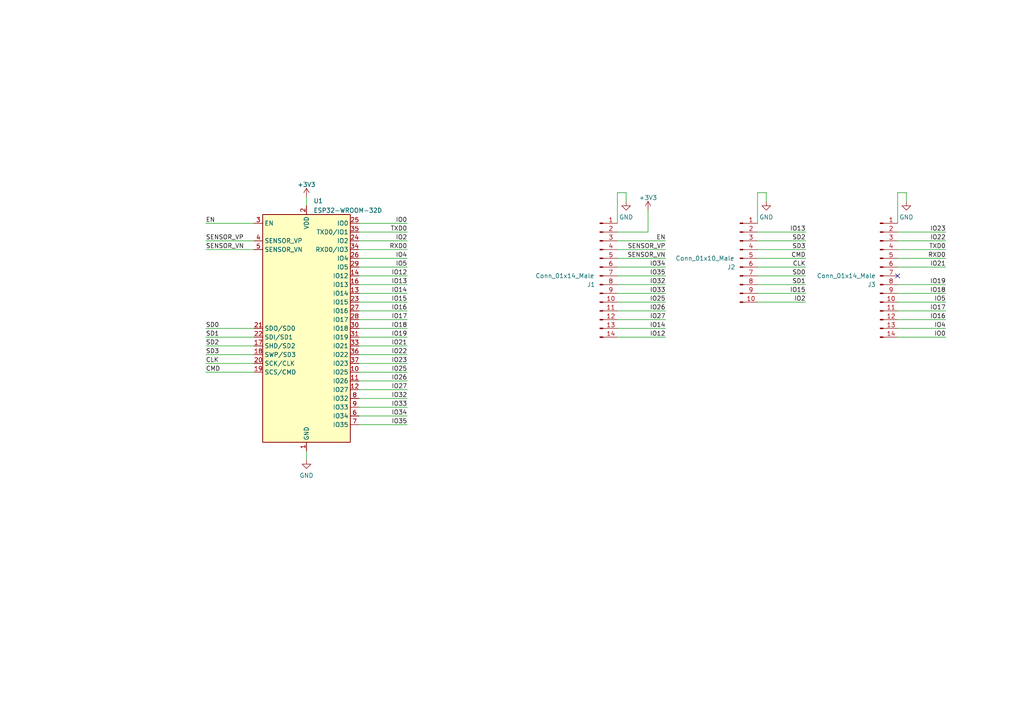
<source format=kicad_sch>
(kicad_sch (version 20211123) (generator eeschema)
  (paper "A4")
  (title_block (title "ESP32-WROOM-32D Breakout Board") (date "2022-01-07") (rev "1.0.0") (company "Sidings Media") (comment 1 "Licence: CC-BY-SA-4.0"))
  (lib_symbols
    (symbol "Connector:Conn_01x10_Male" (pin_names (offset 1.016) hide)
      (property "Reference" "J" (at 0 12.7 0))
      (property "Value" "Conn_01x10_Male" (at 0 -15.24 0))
      (symbol "Conn_01x10_Male_1_1"
        (polyline (pts (xy 1.27 -12.7) (xy 0.8636 -12.7)) (stroke (width 0.1524)))
        (polyline (pts (xy 1.27 -10.16) (xy 0.8636 -10.16)) (stroke (width 0.1524)))
        (polyline (pts (xy 1.27 -7.62) (xy 0.8636 -7.62)) (stroke (width 0.1524)))
        (polyline (pts (xy 1.27 -5.08) (xy 0.8636 -5.08)) (stroke (width 0.1524)))
        (polyline (pts (xy 1.27 -2.54) (xy 0.8636 -2.54)) (stroke (width 0.1524)))
        (polyline (pts (xy 1.27 0) (xy 0.8636 0)) (stroke (width 0.1524)))
        (polyline (pts (xy 1.27 2.54) (xy 0.8636 2.54)) (stroke (width 0.1524)))
        (polyline (pts (xy 1.27 5.08) (xy 0.8636 5.08)) (stroke (width 0.1524)))
        (polyline (pts (xy 1.27 7.62) (xy 0.8636 7.62)) (stroke (width 0.1524)))
        (polyline (pts (xy 1.27 10.16) (xy 0.8636 10.16)) (stroke (width 0.1524)))
        (rectangle (start 0.8636 -12.573) (end 0 -12.827) (stroke (width 0.1524)) (fill (type outline)))
        (rectangle (start 0.8636 -10.033) (end 0 -10.287) (stroke (width 0.1524)) (fill (type outline)))
        (rectangle (start 0.8636 -7.493) (end 0 -7.747) (stroke (width 0.1524)) (fill (type outline)))
        (rectangle (start 0.8636 -4.953) (end 0 -5.207) (stroke (width 0.1524)) (fill (type outline)))
        (rectangle (start 0.8636 -2.413) (end 0 -2.667) (stroke (width 0.1524)) (fill (type outline)))
        (rectangle (start 0.8636 0.127) (end 0 -0.127) (stroke (width 0.1524)) (fill (type outline)))
        (rectangle (start 0.8636 2.667) (end 0 2.413) (stroke (width 0.1524)) (fill (type outline)))
        (rectangle (start 0.8636 5.207) (end 0 4.953) (stroke (width 0.1524)) (fill (type outline)))
        (rectangle (start 0.8636 7.747) (end 0 7.493) (stroke (width 0.1524)) (fill (type outline)))
        (rectangle (start 0.8636 10.287) (end 0 10.033) (stroke (width 0.1524)) (fill (type outline)))
        (pin passive line (at 5.08 10.16 180) (length 3.81) (name "Pin_1") (number "1"))
        (pin passive line (at 5.08 -12.7 180) (length 3.81) (name "Pin_10") (number "10"))
        (pin passive line (at 5.08 7.62 180) (length 3.81) (name "Pin_2") (number "2"))
        (pin passive line (at 5.08 5.08 180) (length 3.81) (name "Pin_3") (number "3"))
        (pin passive line (at 5.08 2.54 180) (length 3.81) (name "Pin_4") (number "4"))
        (pin passive line (at 5.08 0 180) (length 3.81) (name "Pin_5") (number "5"))
        (pin passive line (at 5.08 -2.54 180) (length 3.81) (name "Pin_6") (number "6"))
        (pin passive line (at 5.08 -5.08 180) (length 3.81) (name "Pin_7") (number "7"))
        (pin passive line (at 5.08 -7.62 180) (length 3.81) (name "Pin_8") (number "8"))
        (pin passive line (at 5.08 -10.16 180) (length 3.81) (name "Pin_9") (number "9"))
      )
    )
    (symbol "Connector:Conn_01x14_Male" (pin_names (offset 1.016) hide)
      (property "Reference" "J" (at 0 17.78 0))
      (property "Value" "Conn_01x14_Male" (at 0 -20.32 0))
      (symbol "Conn_01x14_Male_1_1"
        (polyline (pts (xy 1.27 -17.78) (xy 0.8636 -17.78)) (stroke (width 0.1524)))
        (polyline (pts (xy 1.27 -15.24) (xy 0.8636 -15.24)) (stroke (width 0.1524)))
        (polyline (pts (xy 1.27 -12.7) (xy 0.8636 -12.7)) (stroke (width 0.1524)))
        (polyline (pts (xy 1.27 -10.16) (xy 0.8636 -10.16)) (stroke (width 0.1524)))
        (polyline (pts (xy 1.27 -7.62) (xy 0.8636 -7.62)) (stroke (width 0.1524)))
        (polyline (pts (xy 1.27 -5.08) (xy 0.8636 -5.08)) (stroke (width 0.1524)))
        (polyline (pts (xy 1.27 -2.54) (xy 0.8636 -2.54)) (stroke (width 0.1524)))
        (polyline (pts (xy 1.27 0) (xy 0.8636 0)) (stroke (width 0.1524)))
        (polyline (pts (xy 1.27 2.54) (xy 0.8636 2.54)) (stroke (width 0.1524)))
        (polyline (pts (xy 1.27 5.08) (xy 0.8636 5.08)) (stroke (width 0.1524)))
        (polyline (pts (xy 1.27 7.62) (xy 0.8636 7.62)) (stroke (width 0.1524)))
        (polyline (pts (xy 1.27 10.16) (xy 0.8636 10.16)) (stroke (width 0.1524)))
        (polyline (pts (xy 1.27 12.7) (xy 0.8636 12.7)) (stroke (width 0.1524)))
        (polyline (pts (xy 1.27 15.24) (xy 0.8636 15.24)) (stroke (width 0.1524)))
        (rectangle (start 0.8636 -17.653) (end 0 -17.907) (stroke (width 0.1524)) (fill (type outline)))
        (rectangle (start 0.8636 -15.113) (end 0 -15.367) (stroke (width 0.1524)) (fill (type outline)))
        (rectangle (start 0.8636 -12.573) (end 0 -12.827) (stroke (width 0.1524)) (fill (type outline)))
        (rectangle (start 0.8636 -10.033) (end 0 -10.287) (stroke (width 0.1524)) (fill (type outline)))
        (rectangle (start 0.8636 -7.493) (end 0 -7.747) (stroke (width 0.1524)) (fill (type outline)))
        (rectangle (start 0.8636 -4.953) (end 0 -5.207) (stroke (width 0.1524)) (fill (type outline)))
        (rectangle (start 0.8636 -2.413) (end 0 -2.667) (stroke (width 0.1524)) (fill (type outline)))
        (rectangle (start 0.8636 0.127) (end 0 -0.127) (stroke (width 0.1524)) (fill (type outline)))
        (rectangle (start 0.8636 2.667) (end 0 2.413) (stroke (width 0.1524)) (fill (type outline)))
        (rectangle (start 0.8636 5.207) (end 0 4.953) (stroke (width 0.1524)) (fill (type outline)))
        (rectangle (start 0.8636 7.747) (end 0 7.493) (stroke (width 0.1524)) (fill (type outline)))
        (rectangle (start 0.8636 10.287) (end 0 10.033) (stroke (width 0.1524)) (fill (type outline)))
        (rectangle (start 0.8636 12.827) (end 0 12.573) (stroke (width 0.1524)) (fill (type outline)))
        (rectangle (start 0.8636 15.367) (end 0 15.113) (stroke (width 0.1524)) (fill (type outline)))
        (pin passive line (at 5.08 15.24 180) (length 3.81) (name "Pin_1") (number "1"))
        (pin passive line (at 5.08 -7.62 180) (length 3.81) (name "Pin_10") (number "10"))
        (pin passive line (at 5.08 -10.16 180) (length 3.81) (name "Pin_11") (number "11"))
        (pin passive line (at 5.08 -12.7 180) (length 3.81) (name "Pin_12") (number "12"))
        (pin passive line (at 5.08 -15.24 180) (length 3.81) (name "Pin_13") (number "13"))
        (pin passive line (at 5.08 -17.78 180) (length 3.81) (name "Pin_14") (number "14"))
        (pin passive line (at 5.08 12.7 180) (length 3.81) (name "Pin_2") (number "2"))
        (pin passive line (at 5.08 10.16 180) (length 3.81) (name "Pin_3") (number "3"))
        (pin passive line (at 5.08 7.62 180) (length 3.81) (name "Pin_4") (number "4"))
        (pin passive line (at 5.08 5.08 180) (length 3.81) (name "Pin_5") (number "5"))
        (pin passive line (at 5.08 2.54 180) (length 3.81) (name "Pin_6") (number "6"))
        (pin passive line (at 5.08 0 180) (length 3.81) (name "Pin_7") (number "7"))
        (pin passive line (at 5.08 -2.54 180) (length 3.81) (name "Pin_8") (number "8"))
        (pin passive line (at 5.08 -5.08 180) (length 3.81) (name "Pin_9") (number "9"))
      )
    )
    (symbol "RF_Module:ESP32-WROOM-32D"
      (property "Reference" "U" (at -12.7 34.29 0))
      (property "Value" "ESP32-WROOM-32D" (at 1.27 34.29 0))
      (symbol "ESP32-WROOM-32D_0_1"
        (rectangle (start -12.7 33.02) (end 12.7 -33.02) (stroke (width 0.254)) (fill (type background)))
      )
      (symbol "ESP32-WROOM-32D_1_1"
        (pin power_in line (at 0 -35.56 90) (length 2.54) (name "GND") (number "1"))
        (pin bidirectional line (at 15.24 -12.7 180) (length 2.54) (name "IO25") (number "10"))
        (pin bidirectional line (at 15.24 -15.24 180) (length 2.54) (name "IO26") (number "11"))
        (pin bidirectional line (at 15.24 -17.78 180) (length 2.54) (name "IO27") (number "12"))
        (pin bidirectional line (at 15.24 10.16 180) (length 2.54) (name "IO14") (number "13"))
        (pin bidirectional line (at 15.24 15.24 180) (length 2.54) (name "IO12") (number "14"))
        (pin passive line (at 0 -35.56 90) (length 2.54) hide (name "GND") (number "15"))
        (pin bidirectional line (at 15.24 12.7 180) (length 2.54) (name "IO13") (number "16"))
        (pin bidirectional line (at -15.24 -5.08 0) (length 2.54) (name "SHD/SD2") (number "17"))
        (pin bidirectional line (at -15.24 -7.62 0) (length 2.54) (name "SWP/SD3") (number "18"))
        (pin bidirectional line (at -15.24 -12.7 0) (length 2.54) (name "SCS/CMD") (number "19"))
        (pin power_in line (at 0 35.56 270) (length 2.54) (name "VDD") (number "2"))
        (pin bidirectional line (at -15.24 -10.16 0) (length 2.54) (name "SCK/CLK") (number "20"))
        (pin bidirectional line (at -15.24 0 0) (length 2.54) (name "SDO/SD0") (number "21"))
        (pin bidirectional line (at -15.24 -2.54 0) (length 2.54) (name "SDI/SD1") (number "22"))
        (pin bidirectional line (at 15.24 7.62 180) (length 2.54) (name "IO15") (number "23"))
        (pin bidirectional line (at 15.24 25.4 180) (length 2.54) (name "IO2") (number "24"))
        (pin bidirectional line (at 15.24 30.48 180) (length 2.54) (name "IO0") (number "25"))
        (pin bidirectional line (at 15.24 20.32 180) (length 2.54) (name "IO4") (number "26"))
        (pin bidirectional line (at 15.24 5.08 180) (length 2.54) (name "IO16") (number "27"))
        (pin bidirectional line (at 15.24 2.54 180) (length 2.54) (name "IO17") (number "28"))
        (pin bidirectional line (at 15.24 17.78 180) (length 2.54) (name "IO5") (number "29"))
        (pin input line (at -15.24 30.48 0) (length 2.54) (name "EN") (number "3"))
        (pin bidirectional line (at 15.24 0 180) (length 2.54) (name "IO18") (number "30"))
        (pin bidirectional line (at 15.24 -2.54 180) (length 2.54) (name "IO19") (number "31"))
        (pin no_connect line (at -12.7 -27.94 0) (length 2.54) hide (name "NC") (number "32"))
        (pin bidirectional line (at 15.24 -5.08 180) (length 2.54) (name "IO21") (number "33"))
        (pin bidirectional line (at 15.24 22.86 180) (length 2.54) (name "RXD0/IO3") (number "34"))
        (pin bidirectional line (at 15.24 27.94 180) (length 2.54) (name "TXD0/IO1") (number "35"))
        (pin bidirectional line (at 15.24 -7.62 180) (length 2.54) (name "IO22") (number "36"))
        (pin bidirectional line (at 15.24 -10.16 180) (length 2.54) (name "IO23") (number "37"))
        (pin passive line (at 0 -35.56 90) (length 2.54) hide (name "GND") (number "38"))
        (pin passive line (at 0 -35.56 90) (length 2.54) hide (name "GND") (number "39"))
        (pin input line (at -15.24 25.4 0) (length 2.54) (name "SENSOR_VP") (number "4"))
        (pin input line (at -15.24 22.86 0) (length 2.54) (name "SENSOR_VN") (number "5"))
        (pin input line (at 15.24 -25.4 180) (length 2.54) (name "IO34") (number "6"))
        (pin input line (at 15.24 -27.94 180) (length 2.54) (name "IO35") (number "7"))
        (pin bidirectional line (at 15.24 -20.32 180) (length 2.54) (name "IO32") (number "8"))
        (pin bidirectional line (at 15.24 -22.86 180) (length 2.54) (name "IO33") (number "9"))
      )
    )
    (symbol "power:+3V3" (power) (pin_names (offset 0))
      (property "Value" "+3V3" (at 0 3.556 0))
      (symbol "+3V3_0_1"
        (polyline (pts (xy -0.762 1.27) (xy 0 2.54)))
        (polyline (pts (xy 0 0) (xy 0 2.54)))
        (polyline (pts (xy 0 2.54) (xy 0.762 1.27)))
      )
      (symbol "+3V3_1_1"
        (pin power_in line (at 0 0 90) (length 0) hide (name "+3V3") (number "1"))
      )
    )
    (symbol "power:GND" (power) (pin_names (offset 0))
      (property "Value" "GND" (at 0 -3.81 0))
      (symbol "GND_0_1"
        (polyline (pts (xy 0 0) (xy 0 -1.27) (xy 1.27 -1.27) (xy 0 -2.54) (xy -1.27 -1.27) (xy 0 -1.27)))
      )
      (symbol "GND_1_1"
        (pin power_in line (at 0 0 270) (length 0) hide (name "GND") (number "1"))
      )
    )
  )
  (no_connect (at 260.35 80.01))
  (wire (pts (xy 219.71 55.88) (xy 222.25 55.88)))
  (wire (pts (xy 179.07 69.85) (xy 193.04 69.85)))
  (wire (pts (xy 104.14 113.03) (xy 118.11 113.03)))
  (wire (pts (xy 179.07 55.88) (xy 181.61 55.88)))
  (wire (pts (xy 219.71 69.85) (xy 233.68 69.85)))
  (wire (pts (xy 260.35 82.55) (xy 274.32 82.55)))
  (wire (pts (xy 260.35 64.77) (xy 260.35 55.88)))
  (wire (pts (xy 104.14 105.41) (xy 118.11 105.41)))
  (wire (pts (xy 219.71 64.77) (xy 219.71 55.88)))
  (wire (pts (xy 260.35 87.63) (xy 274.32 87.63)))
  (wire (pts (xy 179.07 80.01) (xy 193.04 80.01)))
  (wire (pts (xy 179.07 85.09) (xy 193.04 85.09)))
  (wire (pts (xy 104.14 77.47) (xy 118.11 77.47)))
  (wire (pts (xy 59.69 107.95) (xy 73.66 107.95)))
  (wire (pts (xy 219.71 72.39) (xy 233.68 72.39)))
  (wire (pts (xy 59.69 69.85) (xy 73.66 69.85)))
  (wire (pts (xy 260.35 74.93) (xy 274.32 74.93)))
  (wire (pts (xy 104.14 69.85) (xy 118.11 69.85)))
  (wire (pts (xy 104.14 80.01) (xy 118.11 80.01)))
  (wire (pts (xy 104.14 100.33) (xy 118.11 100.33)))
  (wire (pts (xy 104.14 72.39) (xy 118.11 72.39)))
  (wire (pts (xy 59.69 97.79) (xy 73.66 97.79)))
  (wire (pts (xy 260.35 95.25) (xy 274.32 95.25)))
  (wire (pts (xy 59.69 100.33) (xy 73.66 100.33)))
  (wire (pts (xy 222.25 55.88) (xy 222.25 58.42)))
  (wire (pts (xy 219.71 80.01) (xy 233.68 80.01)))
  (wire (pts (xy 104.14 87.63) (xy 118.11 87.63)))
  (wire (pts (xy 104.14 64.77) (xy 118.11 64.77)))
  (wire (pts (xy 104.14 102.87) (xy 118.11 102.87)))
  (wire (pts (xy 260.35 55.88) (xy 262.89 55.88)))
  (wire (pts (xy 260.35 69.85) (xy 274.32 69.85)))
  (wire (pts (xy 104.14 110.49) (xy 118.11 110.49)))
  (wire (pts (xy 179.07 72.39) (xy 193.04 72.39)))
  (wire (pts (xy 104.14 115.57) (xy 118.11 115.57)))
  (wire (pts (xy 104.14 120.65) (xy 118.11 120.65)))
  (wire (pts (xy 59.69 105.41) (xy 73.66 105.41)))
  (wire (pts (xy 104.14 67.31) (xy 118.11 67.31)))
  (wire (pts (xy 59.69 102.87) (xy 73.66 102.87)))
  (wire (pts (xy 179.07 67.31) (xy 187.96 67.31)))
  (wire (pts (xy 104.14 74.93) (xy 118.11 74.93)))
  (wire (pts (xy 104.14 92.71) (xy 118.11 92.71)))
  (wire (pts (xy 104.14 95.25) (xy 118.11 95.25)))
  (wire (pts (xy 219.71 82.55) (xy 233.68 82.55)))
  (wire (pts (xy 219.71 74.93) (xy 233.68 74.93)))
  (wire (pts (xy 104.14 82.55) (xy 118.11 82.55)))
  (wire (pts (xy 260.35 90.17) (xy 274.32 90.17)))
  (wire (pts (xy 179.07 74.93) (xy 193.04 74.93)))
  (wire (pts (xy 219.71 85.09) (xy 233.68 85.09)))
  (wire (pts (xy 104.14 90.17) (xy 118.11 90.17)))
  (wire (pts (xy 179.07 77.47) (xy 193.04 77.47)))
  (wire (pts (xy 219.71 87.63) (xy 233.68 87.63)))
  (wire (pts (xy 179.07 97.79) (xy 193.04 97.79)))
  (wire (pts (xy 260.35 85.09) (xy 274.32 85.09)))
  (wire (pts (xy 59.69 95.25) (xy 73.66 95.25)))
  (wire (pts (xy 179.07 92.71) (xy 193.04 92.71)))
  (wire (pts (xy 260.35 92.71) (xy 274.32 92.71)))
  (wire (pts (xy 88.9 130.81) (xy 88.9 133.35)))
  (wire (pts (xy 104.14 123.19) (xy 118.11 123.19)))
  (wire (pts (xy 219.71 77.47) (xy 233.68 77.47)))
  (wire (pts (xy 179.07 55.88) (xy 179.07 64.77)))
  (wire (pts (xy 104.14 107.95) (xy 118.11 107.95)))
  (wire (pts (xy 179.07 82.55) (xy 193.04 82.55)))
  (wire (pts (xy 260.35 77.47) (xy 274.32 77.47)))
  (wire (pts (xy 260.35 72.39) (xy 274.32 72.39)))
  (wire (pts (xy 59.69 72.39) (xy 73.66 72.39)))
  (wire (pts (xy 219.71 67.31) (xy 233.68 67.31)))
  (wire (pts (xy 179.07 95.25) (xy 193.04 95.25)))
  (wire (pts (xy 104.14 118.11) (xy 118.11 118.11)))
  (wire (pts (xy 179.07 87.63) (xy 193.04 87.63)))
  (wire (pts (xy 260.35 97.79) (xy 274.32 97.79)))
  (wire (pts (xy 59.69 64.77) (xy 73.66 64.77)))
  (wire (pts (xy 181.61 55.88) (xy 181.61 58.42)))
  (wire (pts (xy 262.89 55.88) (xy 262.89 58.42)))
  (wire (pts (xy 88.9 57.15) (xy 88.9 59.69)))
  (wire (pts (xy 260.35 67.31) (xy 274.32 67.31)))
  (wire (pts (xy 187.96 60.96) (xy 187.96 67.31)))
  (wire (pts (xy 104.14 97.79) (xy 118.11 97.79)))
  (wire (pts (xy 104.14 85.09) (xy 118.11 85.09)))
  (wire (pts (xy 179.07 90.17) (xy 193.04 90.17)))
  (label "IO22" (at 274.32 69.85 180))
  (label "IO33" (at 118.11 118.11 180))
  (label "IO0" (at 274.32 97.79 180))
  (label "IO12" (at 193.04 97.79 180))
  (label "IO32" (at 193.04 82.55 180))
  (label "IO5" (at 118.11 77.47 180))
  (label "IO35" (at 193.04 80.01 180))
  (label "IO13" (at 118.11 82.55 180))
  (label "IO19" (at 118.11 97.79 180))
  (label "IO13" (at 233.68 67.31 180))
  (label "IO2" (at 233.68 87.63 180))
  (label "IO34" (at 118.11 120.65 180))
  (label "RXD0" (at 118.11 72.39 180))
  (label "IO16" (at 118.11 90.17 180))
  (label "IO25" (at 193.04 87.63 180))
  (label "SD0" (at 59.69 95.25 0))
  (label "SD0" (at 233.68 80.01 180))
  (label "SENSOR_VP" (at 59.69 69.85 0))
  (label "EN" (at 59.69 64.77 0))
  (label "IO4" (at 274.32 95.25 180))
  (label "IO25" (at 118.11 107.95 180))
  (label "TXD0" (at 274.32 72.39 180))
  (label "IO17" (at 274.32 90.17 180))
  (label "SD3" (at 233.68 72.39 180))
  (label "IO0" (at 118.11 64.77 180))
  (label "CMD" (at 59.69 107.95 0))
  (label "IO34" (at 193.04 77.47 180))
  (label "CMD" (at 233.68 74.93 180))
  (label "SD3" (at 59.69 102.87 0))
  (label "IO4" (at 118.11 74.93 180))
  (label "IO21" (at 118.11 100.33 180))
  (label "IO22" (at 118.11 102.87 180))
  (label "IO26" (at 193.04 90.17 180))
  (label "IO32" (at 118.11 115.57 180))
  (label "TXD0" (at 118.11 67.31 180))
  (label "CLK" (at 233.68 77.47 180))
  (label "SD1" (at 59.69 97.79 0))
  (label "IO33" (at 193.04 85.09 180))
  (label "IO12" (at 118.11 80.01 180))
  (label "SD1" (at 233.68 82.55 180))
  (label "CLK" (at 59.69 105.41 0))
  (label "IO17" (at 118.11 92.71 180))
  (label "RXD0" (at 274.32 74.93 180))
  (label "IO16" (at 274.32 92.71 180))
  (label "IO35" (at 118.11 123.19 180))
  (label "IO23" (at 118.11 105.41 180))
  (label "IO23" (at 274.32 67.31 180))
  (label "IO15" (at 118.11 87.63 180))
  (label "IO14" (at 118.11 85.09 180))
  (label "SENSOR_VP" (at 193.04 72.39 180))
  (label "IO2" (at 118.11 69.85 180))
  (label "SD2" (at 59.69 100.33 0))
  (label "IO27" (at 118.11 113.03 180))
  (label "SENSOR_VN" (at 59.69 72.39 0))
  (label "IO15" (at 233.68 85.09 180))
  (label "IO18" (at 274.32 85.09 180))
  (label "IO14" (at 193.04 95.25 180))
  (label "IO18" (at 118.11 95.25 180))
  (label "IO19" (at 274.32 82.55 180))
  (label "IO21" (at 274.32 77.47 180))
  (label "IO27" (at 193.04 92.71 180))
  (label "SENSOR_VN" (at 193.04 74.93 180))
  (label "EN" (at 193.04 69.85 180))
  (label "SD2" (at 233.68 69.85 180))
  (label "IO26" (at 118.11 110.49 180))
  (label "IO5" (at 274.32 87.63 180))
  (symbol (lib_id "Connector:Conn_01x14_Male") (at 255.27 80.01 0) (unit 1)
    (property "Reference" "J3" (at 254 82.55 0) (effects (justify right)))
    (property "Value" "Conn_01x14_Male" (at 254 80.01 0) (effects (justify right)))
    (property "Footprint" "Connector_PinHeader_2.54mm:PinHeader_1x14_P2.54mm_Vertical" (effects hide))
  )
  (symbol (lib_id "power:+3V3") (at 88.9 57.15 0) (unit 1)
    (property "Reference" "#PWR01" (effects hide))
    (property "Value" "+3V3" (at 88.9 53.5455 0))
  )
  (symbol (lib_id "RF_Module:ESP32-WROOM-32D") (at 88.9 95.25 0) (unit 1)
    (property "Reference" "U1" (at 90.9194 58.2635 0) (effects (justify left)))
    (property "Value" "ESP32-WROOM-32D" (at 90.9194 61.0386 0) (effects (justify left)))
    (property "Footprint" "RF_Module:ESP32-WROOM-32" (effects hide))
    (property "Datasheet" "https://www.espressif.com/sites/default/files/documentation/esp32-wroom-32d_esp32-wroom-32u_datasheet_en.pdf" (effects hide))
  )
  (symbol (lib_id "power:GND") (at 262.89 58.42 0) (unit 1)
    (property "Reference" "#PWR06" (effects hide))
    (property "Value" "GND" (at 262.89 62.9825 0))
  )
  (symbol (lib_id "power:GND") (at 88.9 133.35 0) (unit 1)
    (property "Reference" "#PWR02" (effects hide))
    (property "Value" "GND" (at 88.9 137.9125 0))
  )
  (symbol (lib_id "power:GND") (at 222.25 58.42 0) (unit 1)
    (property "Reference" "#PWR05" (effects hide))
    (property "Value" "GND" (at 222.25 62.9825 0))
  )
  (symbol (lib_id "power:GND") (at 181.61 58.42 0) (unit 1)
    (property "Reference" "#PWR03" (effects hide))
    (property "Value" "GND" (at 181.61 62.9825 0))
  )
  (symbol (lib_id "Connector:Conn_01x10_Male") (at 214.63 74.93 0) (unit 1)
    (property "Reference" "J2" (at 212.09 77.47 0))
    (property "Value" "Conn_01x10_Male" (at 204.47 74.93 0))
    (property "Footprint" "Connector_PinHeader_2.54mm:PinHeader_1x10_P2.54mm_Vertical" (effects hide))
  )
  (symbol (lib_id "power:+3V3") (at 187.96 60.96 0) (unit 1)
    (property "Reference" "#PWR04" (effects hide))
    (property "Value" "+3V3" (at 187.96 57.3555 0))
  )
  (symbol (lib_id "Connector:Conn_01x14_Male") (at 173.99 80.01 0) (unit 1)
    (property "Reference" "J1" (at 171.45 82.55 0))
    (property "Value" "Conn_01x14_Male" (at 163.83 80.01 0))
    (property "Footprint" "Connector_PinHeader_2.54mm:PinHeader_1x14_P2.54mm_Vertical" (effects hide))
  )
)
</source>
